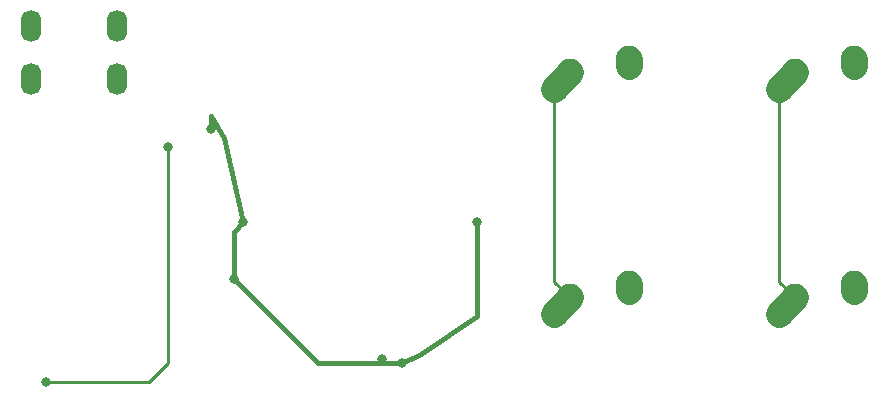
<source format=gtl>
G04 #@! TF.GenerationSoftware,KiCad,Pcbnew,(5.1.4)-1*
G04 #@! TF.CreationDate,2023-10-04T08:31:49-04:00*
G04 #@! TF.ProjectId,ai03-pcb-guide,61693033-2d70-4636-922d-67756964652e,rev?*
G04 #@! TF.SameCoordinates,Original*
G04 #@! TF.FileFunction,Copper,L1,Top*
G04 #@! TF.FilePolarity,Positive*
%FSLAX46Y46*%
G04 Gerber Fmt 4.6, Leading zero omitted, Abs format (unit mm)*
G04 Created by KiCad (PCBNEW (5.1.4)-1) date 2023-10-04 08:31:49*
%MOMM*%
%LPD*%
G04 APERTURE LIST*
%ADD10O,1.700000X2.700000*%
%ADD11C,2.250000*%
%ADD12C,2.250000*%
%ADD13C,0.800000*%
%ADD14C,0.381000*%
%ADD15C,0.254000*%
G04 APERTURE END LIST*
D10*
X199550000Y-88900000D03*
X206850000Y-88900000D03*
X206850000Y-93400000D03*
X199550000Y-93400000D03*
D11*
X264200000Y-111887500D03*
X263545001Y-112617500D03*
D12*
X262890000Y-113347500D02*
X264200002Y-111887500D01*
D11*
X269240000Y-110807500D03*
X269220000Y-111097500D03*
D12*
X269200000Y-111387500D02*
X269240000Y-110807500D01*
D11*
X245150000Y-111887500D03*
X244495001Y-112617500D03*
D12*
X243840000Y-113347500D02*
X245150002Y-111887500D01*
D11*
X250190000Y-110807500D03*
X250170000Y-111097500D03*
D12*
X250150000Y-111387500D02*
X250190000Y-110807500D01*
D11*
X264200000Y-92837500D03*
X263545001Y-93567500D03*
D12*
X262890000Y-94297500D02*
X264200002Y-92837500D01*
D11*
X269240000Y-91757500D03*
X269220000Y-92047500D03*
D12*
X269200000Y-92337500D02*
X269240000Y-91757500D01*
D11*
X245150000Y-92837500D03*
X244495001Y-93567500D03*
D12*
X243840000Y-94297500D02*
X245150002Y-92837500D01*
D11*
X250190000Y-91757500D03*
X250170000Y-92047500D03*
D12*
X250150000Y-92337500D02*
X250190000Y-91757500D01*
D13*
X216693750Y-110331250D03*
X217487500Y-105568750D03*
X230981250Y-117475000D03*
X229283500Y-117094000D03*
X237331250Y-105568750D03*
X214783243Y-97631250D03*
X211137500Y-99218750D03*
X200818750Y-119062500D03*
D14*
X216693750Y-106362500D02*
X216693750Y-110331250D01*
X217487500Y-105568750D02*
X216693750Y-106362500D01*
X216693750Y-110331250D02*
X223837500Y-117475000D01*
X223837500Y-117475000D02*
X230981250Y-117475000D01*
X237331250Y-113506250D02*
X237331250Y-105568750D01*
X230981250Y-117475000D02*
X232568750Y-116681250D01*
X232568750Y-116681250D02*
X237331250Y-113506250D01*
X215900000Y-98425000D02*
X217487500Y-105568750D01*
X214797475Y-96528725D02*
X215900000Y-98425000D01*
X214783243Y-97631250D02*
X214797475Y-96528725D01*
D15*
X243840000Y-110577500D02*
X245150000Y-111887500D01*
X243840000Y-94297500D02*
X243840000Y-110577500D01*
X262890000Y-110577500D02*
X264200000Y-111887500D01*
X262890000Y-94297500D02*
X262890000Y-110577500D01*
X211137500Y-99218750D02*
X211137500Y-117475000D01*
X211137500Y-117475000D02*
X209550000Y-119062500D01*
X209550000Y-119062500D02*
X200818750Y-119062500D01*
M02*

</source>
